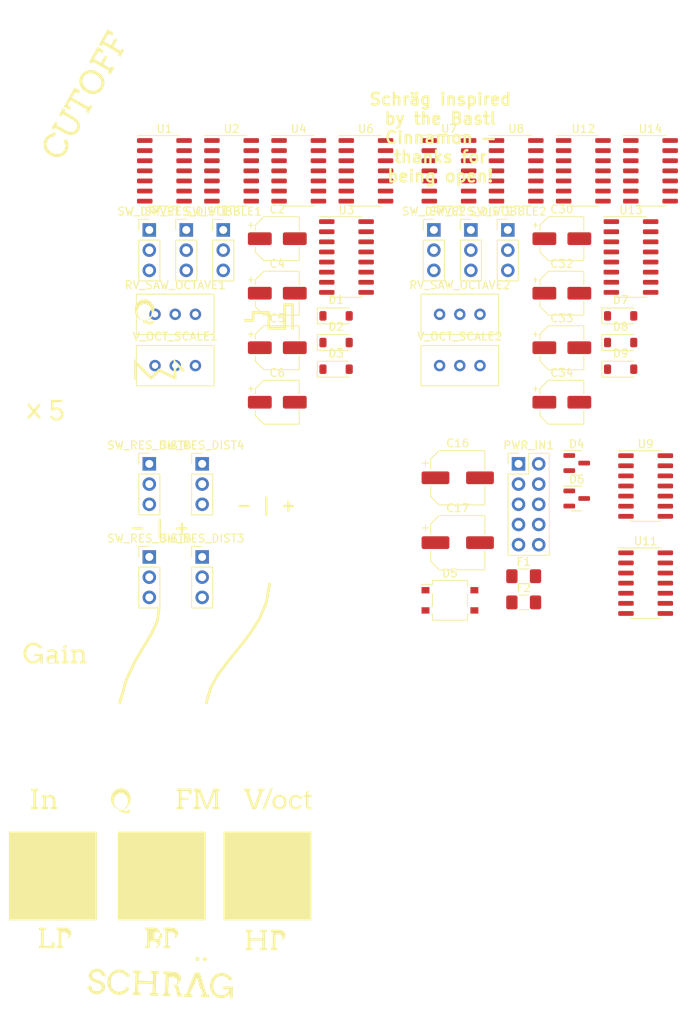
<source format=kicad_pcb>
(kicad_pcb (version 20221018) (generator pcbnew)
  (layers (0 "F.Cu" signal) (31 "B.Cu" signal) (34 "B.Paste" user) (35 "F.Paste" user) (36 "B.SilkS" user "B.Silkscreen") (37 "F.SilkS" user "F.Silkscreen") (38 "B.Mask" user) (39 "F.Mask" user) (44 "Edge.Cuts" user))
  (net 0 "")
  (net 1 "GND")
  (net 2 "/Left Channel/AUDIO_IN")
  (net 3 "/Left Channel/HP_OUT")
  (net 4 "/Left Channel/BP_OUT")
  (net 5 "Net-(C2-Pad2)")
  (net 6 "/Left Channel/LP_OUT")
  (net 7 "/Right Channel/AUDIO_IN")
  (net 8 "Net-(C4-Pad2)")
  (net 9 "Net-(C30-Pad2)")
  (net 10 "/Right Channel/HP_OUT")
  (net 11 "Net-(C5-Pad2)")
  (net 12 "Net-(C6-Pad2)")
  (net 13 "Net-(C32-Pad2)")
  (net 14 "/Right Channel/BP_OUT")
  (net 15 "Net-(C33-Pad2)")
  (net 16 "/Right Channel/LP_OUT")
  (net 17 "Net-(C34-Pad2)")
  (net 18 "Net-(D1-K)")
  (net 19 "/Left Channel/FM_CV_IN")
  (net 20 "/Left Channel/FREQ_CV")
  (net 21 "Net-(D3-K)")
  (net 22 "Net-(D3-A)")
  (net 23 "Net-(D7-K)")
  (net 24 "5V_REF")
  (net 25 "/Right Channel/FM_CV_IN")
  (net 26 "+12V")
  (net 27 "-12V")
  (net 28 "-5V_REF")
  (net 29 "/Right Channel/FREQ_CV")
  (net 30 "Net-(D9-K)")
  (net 31 "Net-(D9-A)")
  (net 32 "Net-(SW_WOBBLE1-B)")
  (net 33 "Net-(SW_WOBBLE2-B)")
  (net 34 "Net-(R50-Pad2)")
  (net 35 "Net-(D5-Pad1)")
  (net 36 "Net-(D5-Pad2)")
  (net 37 "Net-(F1-Pad2)")
  (net 38 "Net-(F2-Pad2)")
  (net 39 "Net-(SW_DRIVE1-A)")
  (net 40 "Net-(SW_DRIVE1-B)")
  (net 41 "Net-(SW_DRIVE1-C)")
  (net 42 "Net-(SW_DRIVE2-A)")
  (net 43 "Net-(SW_DRIVE2-B)")
  (net 44 "Net-(SW_DRIVE2-C)")
  (net 46 "/Left Channel/RES_MOD")
  (net 48 "/Right Channel/RES_MOD")
  (net 49 "Net-(R3-Pad2)")
  (net 50 "Net-(R4-Pad1)")
  (net 51 "Net-(SW_RES_DIST3-A)")
  (net 52 "/Invert Switch A/CV_OUT")
  (net 53 "/Invert Switch A/CV_IN")
  (net 54 "Net-(SW_RES_DIST4-A)")
  (net 55 "/Invert Switch B/CV_OUT")
  (net 56 "Net-(R14-Pad1)")
  (net 57 "/Invert Switch B/CV_IN")
  (net 58 "Net-(SW_RES_DIST5-A)")
  (net 59 "/Invert Switch C/CV_OUT")
  (net 60 "/Invert Switch C/CV_IN")
  (net 61 "Net-(SW_RES_DIST6-A)")
  (net 62 "/Invert Switch D/CV_OUT")
  (net 63 "/Invert Switch D/CV_IN")
  (net 66 "Net-(U1B--)")
  (net 67 "Net-(U1D--)")
  (net 68 "Net-(R15-Pad1)")
  (net 69 "Net-(R6-Pad1)")
  (net 70 "Net-(U2C--)")
  (net 72 "/Left Channel/RES_CV")
  (net 73 "Net-(U4A--)")
  (net 74 "Net-(U4B--)")
  (net 75 "Net-(U6B--)")
  (net 76 "Net-(U7B--)")
  (net 77 "Net-(U7D--)")
  (net 78 "Net-(U8B--)")
  (net 79 "Net-(U9B--)")
  (net 80 "Net-(R5-Pad1)")
  (net 81 "Net-(U11B--)")
  (net 82 "Net-(R96-Pad1)")
  (net 83 "Net-(R54-Pad1)")
  (net 84 "Net-(R51-Pad1)")
  (net 85 "Net-(U12C--)")
  (net 87 "Net-(R53-Pad1)")
  (net 88 "/Right Channel/RES_CV")
  (net 89 "Net-(U14A--)")
  (net 90 "Net-(R16-Pad1)")
  (net 91 "Net-(R55-Pad1)")
  (footprint "Schraeg:Schraeg Panel Graphics Inkscape" (layer "F.Cu") (at 20.6 64.5)
    (fp_text reference "svg2mod" hide)
    (fp_text value "G***" hide)
  )
  (footprint "Potentiometer_THT:Potentiometer_Bourns_3296W_Vertical" (layer "F.Cu") (at 24.485 45.85)
    (fp_text reference "V_OCT_SCALE1" (at -2.54 -3.66) (layer "F.SilkS"))
    (fp_text value "5K")
    (pad "1" thru_hole circle (at 0 0) (size 1.44 1.44) (drill 0.8) (layers "*.Cu" "*.Mask") (net 90 "Net-(R16-Pad1)"))
    (pad "2" thru_hole circle (at -2.54 0) (size 1.44 1.44) (drill 0.8) (layers "*.Cu" "*.Mask") (net 20 "/Left Channel/FREQ_CV"))
    (pad "3" thru_hole circle (at -5.08 0) (size 1.44 1.44) (drill 0.8) (layers "*.Cu" "*.Mask") (net 20 "/Left Channel/FREQ_CV"))
  )
  (footprint "Package_SO:SOIC-16_3.9x9.9mm_P1.27mm" (layer "F.Cu") (at 43.485 32.2)
    (fp_text reference "U3" (at 0 -5.9) (layer "F.SilkS"))
    (fp_text value "V2164")
    (pad "1" smd roundrect (at -2.475 -4.445) (size 1.95 0.6) (layers "F.Cu" "F.Paste" "F.Mask"))
    (pad "2" smd roundrect (at -2.475 -3.175) (size 1.95 0.6) (layers "F.Cu" "F.Paste" "F.Mask") (net 56 "Net-(R14-Pad1)"))
    (pad "3" smd roundrect (at -2.475 -1.905) (size 1.95 0.6) (layers "F.Cu" "F.Paste" "F.Mask") (net 72 "/Left Channel/RES_CV"))
    (pad "4" smd roundrect (at -2.475 -0.635) (size 1.95 0.6) (layers "F.Cu" "F.Paste" "F.Mask") (net 73 "Net-(U4A--)"))
    (pad "5" smd roundrect (at -2.475 0.635) (size 1.95 0.6) (layers "F.Cu" "F.Paste" "F.Mask"))
    (pad "6" smd roundrect (at -2.475 1.905) (size 1.95 0.6) (layers "F.Cu" "F.Paste" "F.Mask"))
    (pad "7" smd roundrect (at -2.475 3.175) (size 1.95 0.6) (layers "F.Cu" "F.Paste" "F.Mask"))
    (pad "8" smd roundrect (at -2.475 4.445) (size 1.95 0.6) (layers "F.Cu" "F.Paste" "F.Mask") (net 1 "GND"))
    (pad "9" smd roundrect (at 2.475 4.445) (size 1.95 0.6) (layers "F.Cu" "F.Paste" "F.Mask") (net 27 "-12V"))
    (pad "10" smd roundrect (at 2.475 3.175) (size 1.95 0.6) (layers "F.Cu" "F.Paste" "F.Mask"))
    (pad "11" smd roundrect (at 2.475 1.905) (size 1.95 0.6) (layers "F.Cu" "F.Paste" "F.Mask"))
    (pad "12" smd roundrect (at 2.475 0.635) (size 1.95 0.6) (layers "F.Cu" "F.Paste" "F.Mask"))
    (pad "13" smd roundrect (at 2.475 -0.635) (size 1.95 0.6) (layers "F.Cu" "F.Paste" "F.Mask"))
    (pad "14" smd roundrect (at 2.475 -1.905) (size 1.95 0.6) (layers "F.Cu" "F.Paste" "F.Mask"))
    (pad "15" smd roundrect (at 2.475 -3.175) (size 1.95 0.6) (layers "F.Cu" "F.Paste" "F.Mask"))
    (pad "16" smd roundrect (at 2.475 -4.445) (size 1.95 0.6) (layers "F.Cu" "F.Paste" "F.Mask") (net 26 "+12V"))
  )
  (footprint "Connector_PinHeader_2.54mm:PinHeader_1x03_P2.54mm_Vertical" (layer "F.Cu") (at 18.685 58.2)
    (fp_text reference "SW_RES_DIST6" (at 0 -2.33) (layer "F.SilkS"))
    (fp_text value "SW_SPDT")
    (pad "1" thru_hole rect (at 0 0) (size 1.7 1.7) (drill 1) (layers "*.Cu" "*.Mask") (net 61 "Net-(SW_RES_DIST6-A)"))
    (pad "2" thru_hole oval (at 0 2.54) (size 1.7 1.7) (drill 1) (layers "*.Cu" "*.Mask") (net 62 "/Invert Switch D/CV_OUT"))
    (pad "3" thru_hole oval (at 0 5.08) (size 1.7 1.7) (drill 1) (layers "*.Cu" "*.Mask") (net 63 "/Invert Switch D/CV_IN"))
  )
  (footprint "Fuse:Fuse_1206_3216Metric_Pad1.42x1.75mm_HandSolder" (layer "F.Cu") (at 65.785 72.32)
    (fp_text reference "F1" (at 0 -1.82) (layer "F.SilkS"))
    (fp_text value "Polyfuse")
    (pad "1" smd roundrect (at -1.4875 0) (size 1.425 1.75) (layers "F.Cu" "F.Paste" "F.Mask") (roundrect_rratio 0.175439) (net 36 "Net-(D5-Pad2)"))
    (pad "2" smd roundrect (at 1.4875 0) (size 1.425 1.75) (layers "F.Cu" "F.Paste" "F.Mask") (roundrect_rratio 0.175439) (net 37 "Net-(F1-Pad2)"))
  )
  (footprint "Capacitor_SMD:CP_Elec_6.3x5.4" (layer "F.Cu") (at 57.485 59.95)
    (fp_text reference "C16" (at 0 -4.35) (layer "F.SilkS"))
    (fp_text value "22uF")
    (pad "1" smd roundrect (at -2.8 0) (size 3.5 1.6) (layers "F.Cu" "F.Paste" "F.Mask") (roundrect_rratio 0.15625) (net 26 "+12V"))
    (pad "2" smd roundrect (at 2.8 0) (size 3.5 1.6) (layers "F.Cu" "F.Paste" "F.Mask") (roundrect_rratio 0.15625) (net 1 "GND"))
  )
  (footprint "Package_SO:SOIC-14_3.9x8.7mm_P1.27mm" (layer "F.Cu") (at 56.385 21.37)
    (fp_text reference "U7" (at 0 -5.28) (layer "F.SilkS"))
    (fp_text value "TL074")
    (pad "1" smd roundrect (at -2.475 -3.81) (size 1.95 0.6) (layers "F.Cu" "F.Paste" "F.Mask"))
    (pad "2" smd roundrect (at -2.475 -2.54) (size 1.95 0.6) (layers "F.Cu" "F.Paste" "F.Mask"))
    (pad "3" smd roundrect (at -2.475 -1.27) (size 1.95 0.6) (layers "F.Cu" "F.Paste" "F.Mask"))
    (pad "4" smd roundrect (at -2.475 0) (size 1.95 0.6) (layers "F.Cu" "F.Paste" "F.Mask") (net 26 "+12V"))
    (pad "5" smd roundrect (at -2.475 1.27) (size 1.95 0.6) (layers "F.Cu" "F.Paste" "F.Mask") (net 1 "GND"))
    (pad "6" smd roundrect (at -2.475 2.54) (size 1.95 0.6) (layers "F.Cu" "F.Paste" "F.Mask") (net 76 "Net-(U7B--)"))
    (pad "7" smd roundrect (at -2.475 3.81) (size 1.95 0.6) (layers "F.Cu" "F.Paste" "F.Mask") (net 58 "Net-(SW_RES_DIST5-A)"))
    (pad "8" smd roundrect (at 2.475 3.81) (size 1.95 0.6) (layers "F.Cu" "F.Paste" "F.Mask") (net 23 "Net-(D7-K)"))
    (pad "9" smd roundrect (at 2.475 2.54) (size 1.95 0.6) (layers "F.Cu" "F.Paste" "F.Mask") (net 25 "/Right Channel/FM_CV_IN"))
    (pad "10" smd roundrect (at 2.475 1.27) (size 1.95 0.6) (layers "F.Cu" "F.Paste" "F.Mask") (net 1 "GND"))
    (pad "11" smd roundrect (at 2.475 0) (size 1.95 0.6) (layers "F.Cu" "F.Paste" "F.Mask") (net 27 "-12V"))
    (pad "12" smd roundrect (at 2.475 -1.27) (size 1.95 0.6) (layers "F.Cu" "F.Paste" "F.Mask") (net 1 "GND"))
    (pad "13" smd roundrect (at 2.475 -2.54) (size 1.95 0.6) (layers "F.Cu" "F.Paste" "F.Mask") (net 77 "Net-(U7D--)"))
    (pad "14" smd roundrect (at 2.475 -3.81) (size 1.95 0.6) (layers "F.Cu" "F.Paste" "F.Mask") (net 43 "Net-(SW_DRIVE2-B)"))
  )
  (footprint "Package_SO:SOIC-14_3.9x8.7mm_P1.27mm" (layer "F.Cu") (at 37.485 21.37)
    (fp_text reference "U4" (at 0 -5.28) (layer "F.SilkS"))
    (fp_text value "TL074")
    (pad "1" smd roundrect (at -2.475 -3.81) (size 1.95 0.6) (layers "F.Cu" "F.Paste" "F.Mask") (net 72 "/Left Channel/RES_CV"))
    (pad "2" smd roundrect (at -2.475 -2.54) (size 1.95 0.6) (layers "F.Cu" "F.Paste" "F.Mask") (net 73 "Net-(U4A--)"))
    (pad "3" smd roundrect (at -2.475 -1.27) (size 1.95 0.6) (layers "F.Cu" "F.Paste" "F.Mask") (net 1 "GND"))
    (pad "4" smd roundrect (at -2.475 0) (size 1.95 0.6) (layers "F.Cu" "F.Paste" "F.Mask") (net 26 "+12V"))
    (pad "5" smd roundrect (at -2.475 1.27) (size 1.95 0.6) (layers "F.Cu" "F.Paste" "F.Mask") (net 1 "GND"))
    (pad "6" smd roundrect (at -2.475 2.54) (size 1.95 0.6) (layers "F.Cu" "F.Paste" "F.Mask") (net 74 "Net-(U4B--)"))
    (pad "7" smd roundrect (at -2.475 3.81) (size 1.95 0.6) (layers "F.Cu" "F.Paste" "F.Mask") (net 51 "Net-(SW_RES_DIST3-A)"))
    (pad "8" smd roundrect (at 2.475 3.81) (size 1.95 0.6) (layers "F.Cu" "F.Paste" "F.Mask"))
    (pad "9" smd roundrect (at 2.475 2.54) (size 1.95 0.6) (layers "F.Cu" "F.Paste" "F.Mask"))
    (pad "10" smd roundrect (at 2.475 1.27) (size 1.95 0.6) (layers "F.Cu" "F.Paste" "F.Mask"))
    (pad "11" smd roundrect (at 2.475 0) (size 1.95 0.6) (layers "F.Cu" "F.Paste" "F.Mask") (net 27 "-12V"))
    (pad "12" smd roundrect (at 2.475 -1.27) (size 1.95 0.6) (layers "F.Cu" "F.Paste" "F.Mask"))
    (pad "13" smd roundrect (at 2.475 -2.54) (size 1.95 0.6) (layers "F.Cu" "F.Paste" "F.Mask"))
    (pad "14" smd roundrect (at 2.475 -3.81) (size 1.95 0.6) (layers "F.Cu" "F.Paste" "F.Mask"))
  )
  (footprint "Connector_PinHeader_2.54mm:PinHeader_1x03_P2.54mm_Vertical" (layer "F.Cu") (at 25.335 58.2)
    (fp_text reference "SW_RES_DIST4" (at 0 -2.33) (layer "F.SilkS"))
    (fp_text value "SW_SPDT")
    (pad "1" thru_hole rect (at 0 0) (size 1.7 1.7) (drill 1) (layers "*.Cu" "*.Mask") (net 54 "Net-(SW_RES_DIST4-A)"))
    (pad "2" thru_hole oval (at 0 2.54) (size 1.7 1.7) (drill 1) (layers "*.Cu" "*.Mask") (net 55 "/Invert Switch B/CV_OUT"))
    (pad "3" thru_hole oval (at 0 5.08) (size 1.7 1.7) (drill 1) (layers "*.Cu" "*.Mask") (net 57 "/Invert Switch B/CV_IN"))
  )
  (footprint "Capacitor_SMD:CP_Elec_5x4.5" (layer "F.Cu") (at 70.585 50.45)
    (fp_text reference "C34" (at 0 -3.7) (layer "F.SilkS"))
    (fp_text value "10uF")
    (pad "1" smd roundrect (at -2.2 0) (size 3 1.6) (layers "F.Cu" "F.Paste" "F.Mask") (roundrect_rratio 0.15625) (net 16 "/Right Channel/LP_OUT"))
    (pad "2" smd roundrect (at 2.2 0) (size 3 1.6) (layers "F.Cu" "F.Paste" "F.Mask") (roundrect_rratio 0.15625) (net 17 "Net-(C34-Pad2)"))
  )
  (footprint "Package_TO_SOT_SMD:SOT-23" (layer "F.Cu") (at 72.455 58.1)
    (fp_text reference "D4" (at 0 -2.4) (layer "F.SilkS"))
    (fp_text value "LM4040DBZ-5")
    (pad "1" smd roundrect (at -0.9375 -0.95) (size 1.475 0.6) (layers "F.Cu" "F.Paste" "F.Mask") (net 24 "5V_REF"))
    (pad "2" smd roundrect (at -0.9375 0.95) (size 1.475 0.6) (layers "F.Cu" "F.Paste" "F.Mask") (net 1 "GND"))
    (pad "3" smd roundrect (at 0.9375 0) (size 1.475 0.6) (layers "F.Cu" "F.Paste" "F.Mask"))
  )
  (footprint "Capacitor_SMD:CP_Elec_6.3x5.4" (layer "F.Cu") (at 57.485 68.1)
    (fp_text reference "C17" (at 0 -4.35) (layer "F.SilkS"))
    (fp_text value "22uF")
    (pad "1" smd roundrect (at -2.8 0) (size 3.5 1.6) (layers "F.Cu" "F.Paste" "F.Mask") (roundrect_rratio 0.15625) (net 1 "GND"))
    (pad "2" smd roundrect (at 2.8 0) (size 3.5 1.6) (layers "F.Cu" "F.Paste" "F.Mask") (roundrect_rratio 0.15625) (net 27 "-12V"))
  )
  (footprint "Diode_SMD:D_SOD-123" (layer "F.Cu") (at 77.98 39.6)
    (fp_text reference "D7" (at 0 -2) (layer "F.SilkS"))
    (fp_text value "D_Small")
    (pad "1" smd roundrect (at -1.65 0) (size 0.9 1.2) (layers "F.Cu" "F.Paste" "F.Mask") (net 23 "Net-(D7-K)"))
    (pad "2" smd roundrect (at 1.65 0) (size 0.9 1.2) (layers "F.Cu" "F.Paste" "F.Mask") (net 25 "/Right Channel/FM_CV_IN"))
  )
  (footprint "Package_SO:SOIC-14_3.9x8.7mm_P1.27mm" (layer "F.Cu") (at 64.835 21.37)
    (fp_text reference "U8" (at 0 -5.28) (layer "F.SilkS"))
    (fp_text value "TL074")
    (pad "1" smd roundrect (at -2.475 -3.81) (size 1.95 0.6) (layers "F.Cu" "F.Paste" "F.Mask"))
    (pad "2" smd roundrect (at -2.475 -2.54) (size 1.95 0.6) (layers "F.Cu" "F.Paste" "F.Mask"))
    (pad "3" smd roundrect (at -2.475 -1.27) (size 1.95 0.6) (layers "F.Cu" "F.Paste" "F.Mask"))
    (pad "4" smd roundrect (at -2.475 0) (size 1.95 0.6) (layers "F.Cu" "F.Paste" "F.Mask") (net 26 "+12V"))
    (pad "5" smd roundrect (at -2.475 1.27) (size 1.95 0.6) (layers "F.Cu" "F.Paste" "F.Mask") (net 1 "GND"))
    (pad "6" smd roundrect (at -2.475 2.54) (size 1.95 0.6) (layers "F.Cu" "F.Paste" "F.Mask") (net 78 "Net-(U8B--)"))
    (pad "7" smd roundrect (at -2.475 3.81) (size 1.95 0.6) (layers "F.Cu" "F.Paste" "F.Mask") (net 61 "Net-(SW_RES_DIST6-A)"))
    (pad "8" smd roundrect (at 2.475 3.81) (size 1.95 0.6) (layers "F.Cu" "F.Paste" "F.Mask"))
    (pad "9" smd roundrect (at 2.475 2.54) (size 1.95 0.6) (layers "F.Cu" "F.Paste" "F.Mask"))
    (pad "10" smd roundrect (at 2.475 1.27) (size 1.95 0.6) (layers "F.Cu" "F.Paste" "F.Mask"))
    (pad "11" smd roundrect (at 2.475 0) (size 1.95 0.6) (layers "F.Cu" "F.Paste" "F.Mask") (net 27 "-12V"))
    (pad "12" smd roundrect (at 2.475 -1.27) (size 1.95 0.6) (layers "F.Cu" "F.Paste" "F.Mask"))
    (pad "13" smd roundrect (at 2.475 -2.54) (size 1.95 0.6) (layers "F.Cu" "F.Paste" "F.Mask"))
    (pad "14" smd roundrect (at 2.475 -3.81) (size 1.95 0.6) (layers "F.Cu" "F.Paste" "F.Mask"))
  )
  (footprint "Diode_SMD:D_SOD-123" (layer "F.Cu") (at 77.98 46.3)
    (fp_text reference "D9" (at 0 -2) (layer "F.SilkS"))
    (fp_text value "5V")
    (pad "1" smd roundrect (at -1.65 0) (size 0.9 1.2) (layers "F.Cu" "F.Paste" "F.Mask") (net 30 "Net-(D9-K)"))
    (pad "2" smd roundrect (at 1.65 0) (size 0.9 1.2) (layers "F.Cu" "F.Paste" "F.Mask") (net 31 "Net-(D9-A)"))
  )
  (footprint "Diode_SMD:D_SOD-123" (layer "F.Cu") (at 77.98 42.95)
    (fp_text reference "D8" (at 0 -2) (layer "F.SilkS"))
    (fp_text value "D_Small")
    (pad "1" smd roundrect (at -1.65 0) (size 0.9 1.2) (layers "F.Cu" "F.Paste" "F.Mask") (net 29 "/Right Channel/FREQ_CV"))
    (pad "2" smd roundrect (at 1.65 0) (size 0.9 1.2) (layers "F.Cu" "F.Paste" "F.Mask") (net 23 "Net-(D7-K)"))
  )
  (footprint "Connector_PinHeader_2.54mm:PinHeader_1x03_P2.54mm_Vertical" (layer "F.Cu") (at 25.335 69.9)
    (fp_text reference "SW_RES_DIST3" (at 0 -2.33) (layer "F.SilkS"))
    (fp_text value "SW_SPDT")
    (pad "1" thru_hole rect (at 0 0) (size 1.7 1.7) (drill 1) (layers "*.Cu" "*.Mask") (net 51 "Net-(SW_RES_DIST3-A)"))
    (pad "2" thru_hole oval (at 0 2.54) (size 1.7 1.7) (drill 1) (layers "*.Cu" "*.Mask") (net 52 "/Invert Switch A/CV_OUT"))
    (pad "3" thru_hole oval (at 0 5.08) (size 1.7 1.7) (drill 1) (layers "*.Cu" "*.Mask") (net 53 "/Invert Switch A/CV_IN"))
  )
  (footprint "Package_SO:SOIC-14_3.9x8.7mm_P1.27mm" (layer "F.Cu") (at 73.285 21.37)
    (fp_text reference "U12" (at 0 -5.28) (layer "F.SilkS"))
    (fp_text value "TL074")
    (pad "1" smd roundrect (at -2.475 -3.81) (size 1.95 0.6) (layers "F.Cu" "F.Paste" "F.Mask"))
    (pad "2" smd roundrect (at -2.475 -2.54) (size 1.95 0.6) (layers "F.Cu" "F.Paste" "F.Mask"))
    (pad "3" smd roundrect (at -2.475 -1.27) (size 1.95 0.6) (layers "F.Cu" "F.Paste" "F.Mask"))
    (pad "4" smd roundrect (at -2.475 0) (size 1.95 0.6) (layers "F.Cu" "F.Paste" "F.Mask") (net 26 "+12V"))
    (pad "5" smd roundrect (at -2.475 1.27) (size 1.95 0.6) (layers "F.Cu" "F.Paste" "F.Mask") (net 1 "GND"))
    (pad "6" smd roundrect (at -2.475 2.54) (size 1.95 0.6) (layers "F.Cu" "F.Paste" "F.Mask") (net 62 "/Invert Switch D/CV_OUT"))
    (pad "7" smd roundrect (at -2.475 3.81) (size 1.95 0.6) (layers "F.Cu" "F.Paste" "F.Mask") (net 83 "Net-(R54-Pad1)"))
    (pad "8" smd roundrect (at 2.475 3.81) (size 1.95 0.6) (layers "F.Cu" "F.Paste" "F.Mask") (net 84 "Net-(R51-Pad1)"))
    (pad "9" smd roundrect (at 2.475 2.54) (size 1.95 0.6) (layers "F.Cu" "F.Paste" "F.Mask") (net 85 "Net-(U12C--)"))
    (pad "10" smd roundrect (at 2.475 1.27) (size 1.95 0.6) (layers "F.Cu" "F.Paste" "F.Mask") (net 1 "GND"))
    (pad "11" smd roundrect (at 2.475 0) (size 1.95 0.6) (layers "F.Cu" "F.Paste" "F.Mask") (net 27 "-12V"))
    (pad "12" smd roundrect (at 2.475 -1.27) (size 1.95 0.6) (layers "F.Cu" "F.Paste" "F.Mask"))
    (pad "13" smd roundrect (at 2.475 -2.54) (size 1.95 0.6) (layers "F.Cu" "F.Paste" "F.Mask"))
    (pad "14" smd roundrect (at 2.475 -3.81) (size 1.95 0.6) (layers "F.Cu" "F.Paste" "F.Mask"))
  )
  (footprint "Package_TO_SOT_SMD:TO-269AA" (layer "F.Cu") (at 56.505 75.35)
    (fp_text reference "D5" (at 0 -3.4) (layer "F.SilkS"))
    (fp_text value "MB2S")
    (pad "1" smd rect (at -3.075 -1.27) (size 1 0.8) (layers "F.Cu" "F.Paste" "F.Mask") (net 35 "Net-(D5-Pad1)"))
    (pad "2" smd rect (at -3.075 1.27) (size 1 0.8) (layers "F.Cu" "F.Paste" "F.Mask") (net 36 "Net-(D5-Pad2)"))
    (pad "3" smd rect (at 3.075 1.27) (size 1 0.8) (layers "F.Cu" "F.Paste" "F.Mask") (net 26 "+12V"))
    (pad "4" smd rect (at 3.075 -1.27) (size 1 0.8) (layers "F.Cu" "F.Paste" "F.Mask") (net 27 "-12V"))
  )
  (footprint "Connector_PinHeader_2.54mm:PinHeader_2x05_P2.54mm_Vertical" (layer "F.Cu") (at 65.135 58.2)
    (fp_text reference "PWR_IN1" (at 1.27 -2.33) (layer "F.SilkS"))
    (fp_text value "EURO_PWR_2x5")
    (pad "1" thru_hole rect (at 0 0) (size 1.7 1.7) (drill 1) (layers "*.Cu" "*.Mask") (net 37 "Net-(F1-Pad2)"))
    (pad "2" thru_hole oval (at 2.54 0) (size 1.7 1.7) (drill 1) (layers "*.Cu" "*.Mask") (net 37 "Net-(F1-Pad2)"))
    (pad "3" thru_hole oval (at 0 2.54) (size 1.7 1.7) (drill 1) (layers "*.Cu" "*.Mask") (net 1 "GND"))
    (pad "4" thru_hole oval (at 2.54 2.54) (size 1.7 1.7) (drill 1) (layers "*.Cu" "*.Mask") (net 1 "GND"))
    (pad "5" thru_hole oval (at 0 5.08) (size 1.7 1.7) (drill 1) (layers "*.Cu" "*.Mask") (net 1 "GND"))
    (pad "6" thru_hole oval (at 2.54 5.08) (size 1.7 1.7) (drill 1) (layers "*.Cu" "*.Mask") (net 1 "GND"))
    (pad "7" thru_hole oval (at 0 7.62) (size 1.7 1.7) (drill 1) (layers "*.Cu" "*.Mask") (net 1 "GND"))
    (pad "8" thru_hole oval (at 2.54 7.62) (size 1.7 1.7) (drill 1) (layers "*.Cu" "*.Mask") (net 1 "GND"))
    (pad "9" thru_hole oval (at 0 10.16) (size 1.7 1.7) (drill 1) (layers "*.Cu" "*.Mask") (net 38 "Net-(F2-Pad2)"))
    (pad "10" thru_hole oval (at 2.54 10.16) (size 1.7 1.7) (drill 1) (layers "*.Cu" "*.Mask") (net 38 "Net-(F2-Pad2)"))
  )
  (footprint "Connector_PinHeader_2.54mm:PinHeader_1x03_P2.54mm_Vertical" (layer "F.Cu") (at 23.335 28.8)
    (fp_text reference "SW_RES_DIST1" (at 0 -2.33) (layer "F.SilkS"))
    (fp_text value "SW_SPDT")
    (pad "1" thru_hole rect (at 0 0) (size 1.7 1.7) (drill 1) (layers "*.Cu" "*.Mask"))
    (pad "2" thru_hole oval (at 0 2.54) (size 1.7 1.7) (drill 1) (layers "*.Cu" "*.Mask") (net 22 "Net-(D3-A)"))
    (pad "3" thru_hole oval (at 0 5.08) (size 1.7 1.7) (drill 1) (layers "*.Cu" "*.Mask") (net 46 "/Left Channel/RES_MOD"))
  )
  (footprint "Capacitor_SMD:CP_Elec_5x4.5" (layer "F.Cu") (at 34.785 36.75)
    (fp_text reference "C4" (at 0 -3.7) (layer "F.SilkS"))
    (fp_text value "10uF")
    (pad "1" smd roundrect (at -2.2 0) (size 3 1.6) (layers "F.Cu" "F.Paste" "F.Mask") (roundrect_rratio 0.15625) (net 3 "/Left Channel/HP_OUT"))
    (pad "2" smd roundrect (at 2.2 0) (size 3 1.6) (layers "F.Cu" "F.Paste" "F.Mask") (roundrect_rratio 0.15625) (net 8 "Net-(C4-Pad2)"))
  )
  (footprint "Package_TO_SOT_SMD:SOT-23" (layer "F.Cu") (at 72.455 62.55)
    (fp_text reference "D6" (at 0 -2.4) (layer "F.SilkS"))
    (fp_text value "LM4040DBZ-5")
    (pad "1" smd roundrect (at -0.9375 -0.95) (size 1.475 0.6) (layers "F.Cu" "F.Paste" "F.Mask") (net 1 "GND"))
    (pad "2" smd roundrect (at -0.9375 0.95) (size 1.475 0.6) (layers "F.Cu" "F.Paste" "F.Mask") (net 28 "-5V_REF"))
    (pad "3" smd roundrect (at 0.9375 0) (size 1.475 0.6) (layers "F.Cu" "F.Paste" "F.Mask"))
  )
  (footprint "Capacitor_SMD:CP_Elec_5x4.5" (layer "F.Cu") (at 34.785 43.6)
    (fp_text reference "C5" (at 0 -3.7) (layer "F.SilkS"))
    (fp_text value "10uF")
    (pad "1" smd roundrect (at -2.2 0) (size 3 1.6) (layers "F.Cu" "F.Paste" "F.Mask") (roundrect_rratio 0.15625) (net 4 "/Left Channel/BP_OUT"))
    (pad "2" smd roundrect (at 2.2 0) (size 3 1.6) (layers "F.Cu" "F.Paste" "F.Mask") (roundrect_rratio 0.15625) (net 11 "Net-(C5-Pad2)"))
  )
  (footprint "Connector_PinHeader_2.54mm:PinHeader_1x03_P2.54mm_Vertical" (layer "F.Cu") (at 59.135 28.8)
    (fp_text reference "SW_RES_DIST2" (at 0 -2.33) (layer "F.SilkS"))
    (fp_text value "SW_SPDT")
    (pad "1" thru_hole rect (at 0 0) (size 1.7 1.7) (drill 1) (layers "*.Cu" "*.Mask"))
    (pad "2" thru_hole oval (at 0 2.54) (size 1.7 1.7) (drill 1) (layers "*.Cu" "*.Mask") (net 31 "Net-(D9-A)"))
    (pad "3" thru_hole oval (at 0 5.08) (size 1.7 1.7) (drill 1) (layers "*.Cu" "*.Mask") (net 48 "/Right Channel/RES_MOD"))
  )
  (footprint "Capacitor_SMD:CP_Elec_5x4.5" (layer "F.Cu") (at 34.785 29.9)
    (fp_text reference "C2" (at 0 -3.7) (layer "F.SilkS"))
    (fp_text value "10uF")
    (pad "1" smd roundrect (at -2.2 0) (size 3 1.6) (layers "F.Cu" "F.Paste" "F.Mask") (roundrect_rratio 0.15625) (net 2 "/Left Channel/AUDIO_IN"))
    (pad "2" smd roundrect (at 2.2 0) (size 3 1.6) (layers "F.Cu" "F.Paste" "F.Mask") (roundrect_rratio 0.15625) (net 5 "Net-(C2-Pad2)"))
  )
  (footprint "Fuse:Fuse_1206_3216Metric_Pad1.42x1.75mm_HandSolder" (layer "F.Cu") (at 65.785 75.61)
    (fp_text reference "F2" (at 0 -1.82) (layer "F.SilkS"))
    (fp_text value "Polyfuse")
    (pad "1" smd roundrect (at -1.4875 0) (size 1.425 1.75) (layers "F.Cu" "F.Paste" "F.Mask") (roundrect_rratio 0.175439) (net 35 "Net-(D5-Pad1)"))
    (pad "2" smd roundrect (at 1.4875 0) (size 1.425 1.75) (layers "F.Cu" "F.Paste" "F.Mask") (roundrect_rratio 0.175439) (net 38 "Net-(F2-Pad2)"))
  )
  (footprint "Package_SO:SOIC-14_3.9x8.7mm_P1.27mm" (layer "F.Cu") (at 81.125 73.19)
    (fp_text reference "U11" (at 0 -5.28) (layer "F.SilkS"))
    (fp_text value "TL074")
    (pad "1" smd roundrect (at -2.475 -3.81) (size 1.95 0.6) (layers "F.Cu" "F.Paste" "F.Mask"))
    (pad "2" smd roundrect (at -2.475 -2.54) (size 1.95 0.6) (layers "F.Cu" "F.Paste" "F.Mask"))
    (pad "3" smd roundrect (at -2.475 -1.27) (size 1.95 0.6) (layers "F.Cu" "F.Paste" "F.Mask"))
    (pad "4" smd roundrect (at -2.475 0) (size 1.95 0.6) (layers "F.Cu" "F.Paste" "F.Mask"))
    (pad "5" smd roundrect (at -2.475 1.27) (size 1.95 0.6) (layers "F.Cu" "F.Paste" "F.Mask") (net 1 "GND"))
    (pad "6" smd roundrect (at -2.475 2.54) (size 1.95 0.6) (layers "F.Cu" "F.Paste" "F.Mask") (net 81 "Net-(U11B--)"))
    (pad "7" smd roundrect (at -2.475 3.81) (size 1.95 0.6) (layers "F.Cu" "F.Paste" "F.Mask") (net 82 "Net-(R96-Pad1)"))
    (pad "8" smd roundrect (at 2.475 3.81) (size 1.95 0.6) (layers "F.Cu" "F.Paste" "F.Mask"))
    (pad "9" smd roundrect (at 2.475 2.54) (size 1.95 0.6) (layers "F.Cu" "F.Paste" "F.Mask"))
    (pad "10" smd roundrect (at 2.475 1.27) (size 1.95 0.6) (layers "F.Cu" "F.Paste" "F.Mask"))
    (pad "11" smd roundrect (at 2.475 0) (size 1.95 0.6) (layers "F.Cu" "F.Paste" "F.Mask"))
    (pad "12" smd roundrect (at 2.475 -1.27) (size 1.95 0.6) (layers "F.Cu" "F.Paste" "F.Mask"))
    (pad "13" smd roundrect (at 2.475 -2.54) (size 1.95 0.6) (layers "F.Cu" "F.Paste" "F.Mask"))
    (pad "14" smd roundrect (at 2.475 -3.81) (size 1.95 0.6) (layers "F.Cu" "F.Paste" "F.Mask"))
  )
  (footprint "Potentiometer_THT:Potentiometer_Bourns_3296W_Vertical" (layer "F.Cu") (at 60.285 39.4)
    (fp_text reference "RV_SAW_OCTAVE2" (at -2.54 -3.66) (layer "F.SilkS"))
    (fp_text value "100k")
    (pad "1" thru_hole circle (at 0 0) (size 1.44 1.44) (drill 0.8) (layers "*.Cu" "*.Mask") (net 33 "Net-(SW_WOBBLE2-B)"))
    (pad "2" thru_hole circle (at -2.54 0) (size 1.44 1.44) (drill 0.8) (layers "*.Cu" "*.Mask") (net 34 "Net-(R50-Pad2)"))
    (pad "3" thru_hole circle (at -5.08 0) (size 1.44 1.44) (drill 0.8) (layers "*.Cu" "*.Mask") (net 1 "GND"))
  )
  (footprint "Diode_SMD:D_SOD-123" (layer "F.Cu") (at 42.18 39.6)
    (fp_text reference "D1" (at 0 -2) (layer "F.SilkS"))
    (fp_text value "D_Small")
    (pad "1" smd roundrect (at -1.65 0) (size 0.9 1.2) (layers "F.Cu" "F.Paste" "F.Mask") (net 18 "Net-(D1-K)"))
    (pad "2" smd roundrect (at 1.65 0) (size 0.9 1.2) (layers "F.Cu" "F.Paste" "F.Mask") (net 19 "/Left Channel/FM_CV_IN"))
  )
  (footprint "Capacitor_SMD:CP_Elec_5x4.5" (layer "F.Cu") (at 70.585 43.6)
    (fp_text reference "C33" (at 0 -3.7) (layer "F.SilkS"))
    (fp_text value "10uF")
    (pad "1" smd roundrect (at -2.2 0) (size 3 1.6) (layers "F.Cu" "F.Paste" "F.Mask") (roundrect_rratio 0.15625) (net 14 "/Right Channel/BP_OUT"))
    (pad "2" smd roundrect (at 2.2 0) (size 3 1.6) (layers "F.Cu" "F.Paste" "F.Mask") (roundrect_rratio 0.15625) (net 15 "Net-(C33-Pad2)"))
  )
  (footprint "Connector_PinHeader_2.54mm:PinHeader_1x03_P2.54mm_Vertical" (layer "F.Cu") (at 18.685 69.9)
    (fp_text reference "SW_RES_DIST5" (at 0 -2.33) (layer "F.SilkS"))
    (fp_text value "SW_SPDT")
    (pad "1" thru_hole rect (at 0 0) (size 1.7 1.7) (drill 1) (layers "*.Cu" "*.Mask") (net 58 "Net-(SW_RES_DIST5-A)"))
    (pad "2" thru_hole oval (at 0 2.54) (size 1.7 1.7) (drill 1) (layers "*.Cu" "*.Mask") (net 59 "/Invert Switch C/CV_OUT"))
    (pad "3" thru_hole oval (at 0 5.08) (size 1.7 1.7) (drill 1) (layers "*.Cu" "*.Mask") (net 60 "/Invert Switch C/CV_IN"))
  )
  (footprint "Connector_PinHeader_2.54mm:PinHeader_1x03_P2.54mm_Vertical" (layer "F.Cu") (at 54.485 28.8)
    (fp_text reference "SW_DRIVE2" (at 0 -2.33) (layer "F.SilkS"))
    (fp_text value "SW_SPDT")
    (pad "1" thru_hole rect (at 0 0) (size 1.7 1.7) (drill 1) (layers "*.Cu" "*.Mask") (net 42 "Net-(SW_DRIVE2-A)"))
    (pad "2" thru_hole oval (at 0 2.54) (size 1.7 1.7) (drill 1) (layers "*.Cu" "*.Mask") (net 43 "Net-(SW_DRIVE2-B)"))
    (pad "3" thru_hole oval (at 0 5.08) (size 1.7 1.7) (drill 1) (layers "*.Cu" "*.Mask") (net 44 "Net-(SW_DRIVE2-C)"))
  )
  (footprint "Package_SO:SOIC-14_3.9x8.7mm_P1.27mm" (layer "F.Cu") (at 29.035 21.37)
    (fp_text reference "U2" (at 0 -5.28) (layer "F.SilkS"))
    (fp_text value "TL074")
    (pad "1" smd roundrect (at -2.475 -3.81) (size 1.95 0.6) (layers "F.Cu" "F.Paste" "F.Mask"))
    (pad "2" smd roundrect (at -2.475 -2.54) (size 1.95 0.6) (layers "F.Cu" "F.Paste" "F.Mask"))
    (pad "3" smd roundrect (at -2.475 -1.27) (size 1.95 0.6) (layers "F.Cu" "F.Paste" "F.Mask"))
    (pad "4" smd roundrect (at -2.475 0) (size 1.95 0.6) (layers "F.Cu" "F.Paste" "F.Mask") (net 26 "+12V"))
    (pad "5" smd roundrect (at -2.475 1.27) (size 1.95 0.6) (layers "F.Cu" "F.Paste" "F.Mask") (net 1 "GND"))
    (pad "6" smd roundrect (at -2.475 2.54) (size 1.95 0.6) (layers "F.Cu" "F.Paste" "F.Mask") (net 52 "/Invert Switch A/CV_OUT"))
    (pad "7" smd roundrect (at -2.475 3.81) (size 1.95 0.6) (layers "F.Cu" "F.Paste" "F.Mask") (net 68 "Net-(R15-Pad1)"))
    (pad "8" smd roundrect (at 2.475 3.81) (size 1.95 0.6) (layers "F.Cu" "F.Paste" "F.Mask") (net 69 "Net-(R6-Pad1)"))
    (pad "9" smd roundrect (at 2.475 2.54) (size 1.95 0.6) (layers "F.Cu" "F.Paste" "F.Mask") (net 70 "Net-(U2C--)"))
    (pad "10" smd roundrect (at 2.475 1.27) (size 1.95 0.6) (layers "F.Cu" "F.Paste" "F.Mask") (net 1 "GND"))
    (pad "11" smd roundrect (at 2.475 0) (size 1.95 0.6) (layers "F.Cu" "F.Paste" "F.Mask") (net 27 "-12V"))
    (pad "12" smd roundrect (at 2.475 -1.27) (size 1.95 0.6) (layers "F.Cu" "F.Paste" "F.Mask"))
    (pad "13" smd roundrect (at 2.475 -2.54) (size 1.95 0.6) (layers "F.Cu" "F.Paste" "F.Mask"))
    (pad "14" smd roundrect (at 2.475 -3.81) (size 1.95 0.6) (layers "F.Cu" "F.Paste" "F.Mask"))
  )
  (footprint "Connector_PinHeader_2.54mm:PinHeader_1x03_P2.54mm_Vertical" (layer "F.Cu") (at 18.685 28.8)
    (fp_text reference "SW_DRIVE1" (at 0 -2.33) (layer "F.SilkS"))
    (fp_text value "SW_SPDT")
    (pad "1" thru_hole rect (at 0 0) (size 1.7 1.7) (drill 1) (layers "*.Cu" "*.Mask") (net 39 "Net-(SW_DRIVE1-A)"))
    (pad "2" thru_hole oval (at 0 2.54) (size 1.7 1.7) (drill 1) (layers "*.Cu" "*.Mask") (net 40 "Net-(SW_DRIVE1-B)"))
    (pad "3" thru_hole oval (at 0 5.08) (size 1.7 1.7) (drill 1) (layers "*.Cu" "*.Mask") (net 41 "Net-(SW_DRIVE1-C)"))
  )
  (footprint "Capacitor_SMD:CP_Elec_5x4.5" (layer "F.Cu") (at 70.585 29.9)
    (fp_text reference "C30" (at 0 -3.7) (layer "F.SilkS"))
    (fp_text value "10uF")
    (pad "1" smd roundrect (at -2.2 0) (size 3 1.6) (layers "F.Cu" "F.Paste" "F.Mask") (roundrect_rratio 0.15625) (net 7 "/Right Channel/AUDIO_IN"))
    (pad "2" smd roundrect (at 2.2 0) (size 3 1.6) (layers "F.Cu" "F.Paste" "F.Mask") (roundrect_rratio 0.15625) (net 9 "Net-(C30-Pad2)"))
  )
  (footprint "Potentiometer_THT:Potentiometer_Bourns_3296W_Vertical" (layer "F.Cu") (at 24.485 39.4)
    (fp_text reference "RV_SAW_OCTAVE1" (at -2.54 -3.66) (layer "F.SilkS"))
    (fp_text value "100k")
    (pad "1" thru_hole circle (at 0 0) (size 1.44 1.44) (drill 0.8) (layers "*.Cu" "*.Mask") (net 32 "Net-(SW_WOBBLE1-B)"))
    (pad "2" thru_hole circle (at -2.54 0) (size 1.44 1.44) (drill 0.8) (layers "*.Cu" "*.Mask") (net 49 "Net-(R3-Pad2)"))
    (pad "3" thru_hole circle (at -5.08 0) (size 1.44 1.44) (drill 0.8) (layers "*.Cu" "*.Mask") (net 1 "GND"))
  )
  (footprint "Connector_PinHeader_2.54mm:PinHeader_1x03_P2.54mm_Vertical" (layer "F.Cu") (at 27.985 28.8)
    (fp_text reference "SW_WOBBLE1" (at 0 -2.33) (layer "F.SilkS"))
    (fp_text value "SW_SPDT")
    (pad "1" thru_hole rect (at 0 0) (size 1.7 1.7) (drill 1) (layers "*.Cu" "*.Mask"))
    (pad "2" thru_hole oval (at 0 2.54) (size 1.7 1.7) (drill 1) (layers "*.Cu" "*.Mask") (net 32 "Net-(SW_WOBBLE1-B)"))
    (pad "3" thru_hole oval (at 0 5.08) (size 1.7 1.7) (drill 1) (layers "*.Cu" "*.Mask") (net 46 "/Left Channel/RES_MOD"))
  )
  (footprint "Capacitor_SMD:CP_Elec_5x4.5" (layer "F.Cu") (at 34.785 50.45)
    (fp_text reference "C6" (at 0 -3.7) (layer "F.SilkS"))
    (fp_text value "10uF")
    (pad "1" smd roundrect (at -2.2 0) (size 3 1.6) (layers "F.Cu" "F.Paste" "F.Mask") (roundrect_rratio 0.15625) (net 6 "/Left Channel/LP_OUT"))
    (pad "2" smd roundrect (at 2.2 0) (size 3 1.6) (layers "F.Cu" "F.Paste" "F.Mask") (roundrect_rratio 0.15625) (net 12 "Net-(C6-Pad2)"))
  )
  (footprint "Package_SO:SOIC-14_3.9x8.7mm_P1.27mm" (layer "F.Cu") (at 81.125 60.98)
    (fp_text reference "U9" (at 0 -5.28) (layer "F.SilkS"))
    (fp_text value "TL074")
    (pad "1" smd roundrect (at -2.475 -3.81) (size 1.95 0.6) (layers "F.Cu" "F.Paste" "F.Mask"))
    (pad "2" smd roundrect (at -2.475 -2.54) (size 1.95 0.6) (layers "F.Cu" "F.Paste" "F.Mask"))
    (pad "3" smd roundrect (at -2.475 -1.27) (size 1.95 0.6) (layers "F.Cu" "F.Paste" "F.Mask"))
    (pad "4" smd roundrect (at -2.475 0) (size 1.95 0.6) (layers "F.Cu" "F.Paste" "F.Mask"))
    (pad "5" smd roundrect (at -2.475 1.27) (size 1.95 0.6) (layers "F.Cu" "F.Paste" "F.Mask") (net 1 "GND"))
    (pad "6" smd roundrect (at -2.475 2.54) (size 1.95 0.6) (layers "F.Cu" "F.Paste" "F.Mask") (net 79 "Net-(U9B--)"))
    (pad "7" smd roundrect (at -2.475 3.81) (size 1.95 0.6) (layers "F.Cu" "F.Paste" "F.Mask") (net 80 "Net-(R5-Pad1)"))
    (pad "8" smd roundrect (at 2.475 3.81) (size 1.95 0.6) (layers "F.Cu" "F.Paste" "F.Mask"))
    (pad "9" smd roundrect (at 2.475 2.54) (size 1.95 0.6) (layers "F.Cu" "F.Paste" "F.Mask"))
    (pad "10" smd roundrect (at 2.475 1.27) (size 1.95 0.6) (layers "F.Cu" "F.Paste" "F.Mask"))
    (pad "11" smd roundrect (at 2.475 0) (size 1.95 0.6) (layers "F.Cu" "F.Paste" "F.Mask"))
    (pad "12" smd roundrect (at 2.475 -1.27) (size 1.95 0.6) (layers "F.Cu" "F.Paste" "F.Mask"))
    (pad "13" smd roundrect (at 2.475 -2.54) (size 1.95 0.6) (layers "F.Cu" "F.Paste" "F.Mask"))
    (pad "14" smd roundrect (at 2.475 -3.81) (size 1.95 0.6) (layers "F.Cu" "F.Paste" "F.Mask"))
  )
  (footprint "Diode_SMD:D_SOD-123" (layer "F.Cu") (at 42.18 46.3)
    (fp_text reference "D3" (at 0 -2) (layer "F.SilkS"))
    (fp_text value "5V")
    (pad "1" smd roundrect (at -1.65 0) (size 0.9 1.2) (layers "F.Cu" "F.Paste" "F.Mask") (net 21 "Net-(D3-K)"))
    (pad "2" smd roundrect (at 1.65 0) (size 0.9 1.2) (layers "F.Cu" "F.Paste" "F.Mask") (net 22 "Net-(D3-A)"))
  )
  (footprint "Package_SO:SOIC-16_3.9x9.9mm_P1.27mm" (layer "F.Cu") (at 79.285 32.2)
    (fp_text reference "U13" (at 0 -5.9) (layer "F.SilkS"))
    (fp_text value "V2164")
    (pad "1" smd roundrect (at -2.475 -4.445) (size 1.95 0.6) (layers "F.Cu" "F.Paste" "F.Mask"))
    (pad "2" smd roundrect (at -2.475 -3.175) (size 1.95 0.6) (layers "F.Cu" "F.Paste" "F.Mask") (net 87 "Net-(R53-Pad1)"))
    (pad "3" smd roundrect (at -2.475 -1.905) (size 1.95 0.6) (layers "F.Cu" "F.Paste" "F.Mask") (net 88 "/Right Channel/RES_CV"))
    (pad "4" smd roundrect (at -2.475 -0.635) (size 1.95 0.6) (layers "F.Cu" "F.Paste" "F.Mask") (net 89 "Net-(U14A--)"))
    (pad "5" smd roundrect (at -2.475 0.635) (size 1.95 0.6) (layers "F.Cu" "F.Paste" "F.Mask"))
    (pad "6" smd roundrect (at -2.475 1.905) (size 1.95 0.6) (layers "F.Cu" "F.Paste" "F.Mask"))
    (pad "7" smd roundrect (at -2.475 3.175) (size 1.95 0.6) (layers "F.Cu" "F.Paste" "F.Mask"))
    (pad "8" smd roundrect (at -2.475 4.445) (size 1.95 0.6) (layers "F.Cu" "F.Paste" "F.Mask") (net 1 "GND"))
    (pad "9" smd roundrect (at 2.475 4.445) (size 1.95 0.6) (layers "F.Cu" "F.Paste" "F.Mask") (net 27 "-12V"))
    (pad "10" smd roundrect (at 2.475 3.175) (size 1.95 0.6) (layers "F.Cu" "F.Paste" "F.Mask"))
    (pad "11" smd roundrect (at 2.475 1.905) (size 1.95 0.6) (layers "F.Cu" "F.Paste" "F.Mask"))
    (pad "12" smd roundrect (at 2.475 0.635) (size 1.95 0.6) (layers "F.Cu" "F.Paste" "F.Mask"))
    (pad "13" smd roundrect (at 2.475 -0.635) (size 1.95 0.6) (layers "F.Cu" "F.Paste" "F.Mask"))
    (pad "14" smd roundrect (at 2.475 -1.905) (size 1.95 0.6) (layers "F.Cu" "F.Paste" "F.Mask"))
    (pad "15" smd roundrect (at 2.475 -3.175) (size 1.95 0.6) (layers "F.Cu" "F.Paste" "F.Mask"))
    (pad "16" smd roundrect (at 2.475 -4.445) (size 1.95 0.6) (layers "F.Cu" "F.Paste" "F.Mask") (net 26 "+12V"))
  )
  (footprint "Package_SO:SOIC-14_3.9x8.7mm_P1.27mm" (layer "F.Cu") (at 20.585 21.37)
    (fp_text reference "U1" (at 0 -5.28) (layer "F.SilkS"))
    (fp_text value "TL074")
    (pad "1" smd roundrect (at -2.475 -3.81) (size 1.95 0.6) (layers "F.Cu" "F.Paste" "F.Mask"))
    (pad "2" smd roundrect (at -2.475 -2.54) (size 1.95 0.6) (layers "F.Cu" "F.Paste" "F.Mask"))
    (pad "3" smd roundrect (at -2.475 -1.27) (size 1.95 0.6) (layers "F.Cu" "F.Paste" "F.Mask"))
    (pad "4" smd roundrect (at -2.475 0) (size 1.95 0.6) (layers "F.Cu" "F.Paste" "F.Mask") (net 26 "+12V"))
    (pad "5" smd roundrect (at -2.475 1.27) (size 1.95 0.6) (layers "F.Cu" "F.Paste" "F.Mask") (net 1 "GND"))
    (pad "6" smd roundrect (at -2.475 2.54) (size 1.95 0.6) (layers "F.Cu" "F.Paste" "F.Mask") (net 66 "Net-(U1B--)"))
    (pad "7" smd roundrect (at -2.475 3.81) (size 1.95 0.6) (layers "F.Cu" "F.Paste" "F.Mask") (net 50 "Net-(R4-Pad1)"))
    (pad "8" smd roundrect (at 2.475 3.81) (size 1.95 0.6) (layers "F.Cu" "F.Paste" "F.Mask") (net 18 "Net-(D1-K)"))
    (pad "9" smd roundrect (at 2.475 2.54) (size 1.95 0.6) (layers "F.Cu" "F.Paste" "F.Mask") (net 19 "/Left Channel/FM_CV_IN"))
    (pad "10" smd roundrect (at 2.475 1.27) (size 1.95 0.6) (layers "F.Cu" "F.Paste" "F.Mask") (net 1 "GND"))
    (pad "11" smd roundrect (at 2.475 0) (size 1.95 0.6) (layers "F.Cu" "F.Paste" "F.Mask") (net 27 "-12V"))
    (pad "12" smd roundrect (at 2.475 -1.27) (size 1.95 0.6) (layers "F.Cu" "F.Paste" "F.Mask") (net 1 "GND"))
    (pad "13" smd roundrect (at 2.475 -2.54) (size 1.95 0.6) (layers "F.Cu" "F.Paste" "F.Mask") (net 67 "Net-(U1D--)"))
    (pad "14" smd roundrect (at 2.475 -3.81) (size 1.95 0.6) (layers "F.Cu" "F.Paste" "F.Mask") (net 40 "Net-(SW_DRIVE1-B)"))
  )
  (footprint "Package_SO:SOIC-14_3.9x8.7mm_P1.27mm" (layer "F.Cu") (at 45.935 21.37)
    (fp_text reference "U6" (at 0 -5.28) (layer "F.SilkS"))
    (fp_text value "TL074")
    (pad "1" smd roundrect (at -2.475 -3.81) (size 1.95 0.6) (layers "F.Cu" "F.Paste" "F.Mask"))
    (pad "2" smd roundrect (at -2.475 -2.54) (size 1.95 0.6) (layers "F.Cu" "F.Paste" "F.Mask"))
    (pad "3" smd roundrect (at -2.475 -1.27) (size 1.95 0.6) (layers "F.Cu" "F.Paste" "F.Mask"))
    (pad "4" smd roundrect (at -2.475 0) (size 1.95 0.6) (layers "F.Cu" "F.Paste" "F.Mask") (net 26 "+12V"))
    (pad "5" smd roundrect (at -2.475 1.27) (size 1.95 0.6) (layers "F.Cu" "F.Paste" "F.Mask") (net 1 "GND"))
    (pad "6" smd roundrect (at -2.475 2.54) (size 1.95 0.6) (layers "F.Cu" "F.Paste" "F.Mask") (net 75 "Net-(U6B--)"))
    (pad "7" smd roundrect (at -2.475 3.81) (size 1.95 0.6) (layers "F.Cu" "F.Paste" "F.Mask") (net 54 "Net-(SW_RES_DIST4-A)"))
    (pad "8" smd roundrect (at 2.475 3.81) (size 1.95 0.6) (layers "F.Cu" "F.Paste" "F.Mask"))
    (pad "9" smd roundrect (at 2.475 2.54) (size 1.95 0.6) (layers "F.Cu" "F.Paste" "F.Mask"))
    (pad "10" smd roundrect (at 2.475 1.27) (size 1.95 0.6) (layers "F.Cu" "F.Paste" "F.Mask"))
    (pad "11" smd roundrect (at 2.475 0) (size 1.95 0.6) (layers "F.Cu" "F.Paste" "F.Mask") (net 27 "-12V"))
    (pad "12" smd roundrect (at 2.475 -1.27) (size 1.95 0.6) (layers "F.Cu" "F.Paste" "F.Mask"))
    (pad "13" smd roundrect (at 2.475 -2.54) (size 1.95 0.6) (layers "F.Cu" "F.Paste" "F.Mask"))
    (pad "14" smd roundrect (at 2.475 -3.81) (size 1.95 0.6) (layers "F.Cu" "F.Paste" "F.Mask"))
  )
  (footprint "Diode_SMD:D_SOD-123" (layer "F.Cu") (at 42.18 42.95)
    (fp_text reference "D2" (at 0 -2) (layer "F.SilkS"))
    (fp_text value "D_Small")
    (pad "1" smd roundrect (at -1.65 0) (size 0.9 1.2) (layers "F.Cu" "F.Paste" "F.Mask") (net 20 "/Left Channel/FREQ_CV"))
    (pad "2" smd roundrect (at 1.65 0) (size 0.9 1.2) (layers "F.Cu" "F.Paste" "F.Mask") (net 18 "Net-(D1-K)"))
  )
  (footprint "Package_SO:SOIC-14_3.9x8.7mm_P1.27mm" (layer "F.Cu") (at 81.735 21.37)
    (fp_text reference "U14" (at 0 -5.28) (layer "F.SilkS"))
    (fp_text value "TL074")
    (pad "1" smd roundrect (at -2.475 -3.81) (size 1.95 0.6) (layers "F.Cu" "F.Paste" "F.Mask") (net 88 "/Right Channel/RES_CV"))
    (pad "2" smd roundrect (at -2.475 -2.54) (size 1.95 0.6) (layers "F.Cu" "F.Paste" "F.Mask") (net 89 "Net-(U14A--)"))
    (pad "3" smd roundrect (at -2.475 -1.27) (size 1.95 0.6) (layers "F.Cu" "F.Paste" "F.Mask") (net 1 "GND"))
    (pad "4" smd roundrect (at -2.475 0) (size 1.95 0.6) (layers "F.Cu" "F.Paste" "F.Mask") (net 26 "+12V"))
    (pad "5" smd roundrect (at -2.475 1.27) (size 1.95 0.6) (layers "F.Cu" "F.Paste" "F.Mask"))
    (pad "6" smd roundrect (at -2.475 2.54) (size 1.95 0.6) (layers "F.Cu" "F.Paste" "F.Mask"))
    (pad "7" smd roundrect (at -2.475 3.81) (size 1.95 0.6) (layers "F.Cu" "F.Paste" "F.Mask"))
    (pad "8" smd roundrect (at 2.475 3.81) (size 1.95 0.6) (layers "F.Cu" "F.Paste" "F.Mask"))
    (pad "9" smd roundrect (at 2.475 2.54) (size 1.95 0.6) (layers "F.Cu" "F.Paste" "F.Mask"))
    (pad "10" smd roundrect (at 2.475 1.27) (size 1.95 0.6) (layers "F.Cu" "F.Paste" "F.Mask"))
    (pad "11" smd roundrect (at 2.475 0) (size 1.95 0.6) (layers "F.Cu" "F.Paste" "F.Mask") (net 27 "-12V"))
    (pad "12" smd roundrect (at 2.475 -1.27) (size 1.95 0.6) (layers "F.Cu" "F.Paste" "F.Mask"))
    (pad "13" smd roundrect (at 2.475 -2.54) (size 1.95 0.6) (layers "F.Cu" "F.Paste" "F.Mask"))
    (pad "14" smd roundrect (at 2.475 -3.81) (size 1.95 0.6) (layers "F.Cu" "F.Paste" "F.Mask"))
  )
  (footprint "Potentiometer_THT:Potentiometer_Bourns_3296W_Vertical" (layer "F.Cu") (at 60.285 45.85)
    (fp_text reference "V_OCT_SCALE2" (at -2.54 -3.66) (layer "F.SilkS"))
    (fp_text value "5K")
    (pad "1" thru_hole circle (at 0 0) (size 1.44 1.44) (drill 0.8) (layers "*.Cu" "*.Mask") (net 91 "Net-(R55-Pad1)"))
    (pad "2" thru_hole circle (at -2.54 0) (size 1.44 1.44) (drill 0.8) (layers "*.Cu" "*.Mask") (net 29 "/Right Channel/FREQ_CV"))
    (pad "3" thru_hole circle (at -5.08 0) (size 1.44 1.44) (drill 0.8) (layers "*.Cu" "*.Mask") (net 29 "/Right Channel/FREQ_CV"))
  )
  (footprint "Connector_PinHeader_2.54mm:PinHeader_1x03_P2.54mm_Vertical" (layer "F.Cu") (at 63.785 28.8)
    (fp_text reference "SW_WOBBLE2" (at 0 -2.33) (layer "F.SilkS"))
    (fp_text value "SW_SPDT")
    (pad "1" thru_hole rect (at 0 0) (size 1.7 1.7) (drill 1) (layers "*.Cu" "*.Mask"))
    (pad "2" thru_hole oval (at 0 2.54) (size 1.7 1.7) (drill 1) (layers "*.Cu" "*.Mask") (net 33 "Net-(SW_WOBBLE2-B)"))
    (pad "3" thru_hole oval (at 0 5.08) (size 1.7 1.7) (drill 1) (layers "*.Cu" "*.Mask") (net 48 "/Right Channel/RES_MOD"))
  )
  (footprint "Capacitor_SMD:CP_Elec_5x4.5" (layer "F.Cu") (at 70.585 36.75)
    (fp_text reference "C32" (at 0 -3.7) (layer "F.SilkS"))
    (fp_text value "10uF")
    (pad "1" smd roundrect (at -2.2 0) (size 3 1.6) (layers "F.Cu" "F.Paste" "F.Mask") (roundrect_rratio 0.15625) (net 10 "/Right Channel/HP_OUT"))
    (pad "2" smd roundrect (at 2.2 0) (size 3 1.6) (layers "F.Cu" "F.Paste" "F.Mask") (roundrect_rratio 0.15625) (net 13 "Net-(C32-Pad2)"))
  )
  (gr_poly (pts (xy 14.8 104.5) (xy 25.7 104.5) (xy 25.7 115.5) (xy 14.8 115.5)) (stroke (width 0.15)) (fill solid) (layer "F.SilkS"))
  (gr_poly (pts (xy 28.1 104.5) (xy 39 104.5) (xy 39 115.5) (xy 28.1 115.5)) (stroke (width 0.15)) (fill solid) (layer "F.SilkS"))
  (gr_poly (pts (xy 1.1 104.5) (xy 12 104.5) (xy 12 115.5) (xy 1.1 115.5)) (stroke (width 0.15)) (fill solid) (layer "F.SilkS"))
  (gr_text "- | +" (at 33.4 63.4) (layer "F.SilkS") (effects (font (size 1.5 1.5) (thickness 0.3))))
  (gr_text "- | +" (at 20 66.2) (layer "F.SilkS") (effects (font (size 1.5 1.5) (thickness 0.3))))
  (gr_text "Schräg inspired\nby the Bastl\nCinnamon —\nthanks for\nbeing open!" (at 55.3 17.2) (layer "F.SilkS") (effects (font (size 1.5 1.5) (thickness 0.3))))
)
</source>
